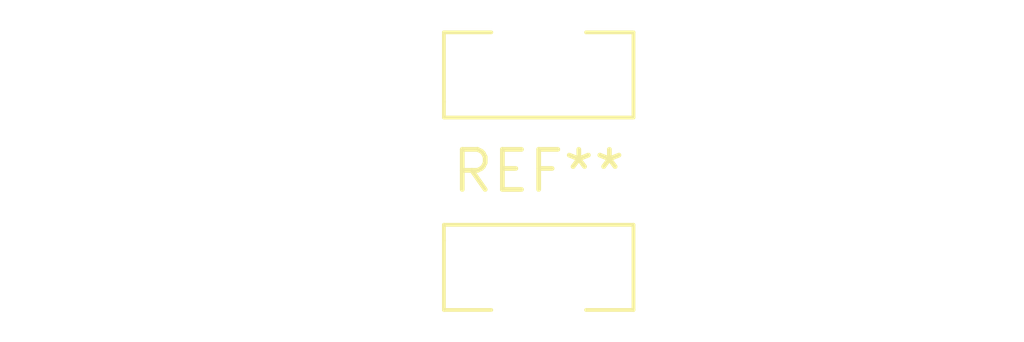
<source format=kicad_pcb>
(kicad_pcb (version 20240108) (generator pcbnew)
  (layers (0 "F.Cu" signal) (31 "B.Cu" signal) (34 "B.Paste" user) (35 "F.Paste" user) (36 "B.SilkS" user "B.Silkscreen") (37 "F.SilkS" user "F.Silkscreen") (38 "B.Mask" user) (39 "F.Mask" user) (44 "Edge.Cuts" user))
  (net 0 "")
  (footprint "Lightpipe_Bivar_RLP1-400-650" (layer "F.Cu") (at 0 0)
    (property "Reference" "REF**")
    (property "Value" "Lightpipe_Bivar_RLP1-400-650")
    (fp_line (start -3 -4.4) (end -1.5 -4.4) (layer "F.SilkS") (stroke (width 0.12)))
    (fp_line (start -3 -2.2) (end -3 -4.4) (layer "F.SilkS") (stroke (width 0.12)))
    (fp_line (start -3 -1.7) (end -3 -2.2) (layer "F.SilkS") (stroke (width 0.12)))
    (fp_line (start -3 1.7) (end 3 1.7) (layer "F.SilkS") (stroke (width 0.12)))
    (fp_line (start -3 2.2) (end -3 1.7) (layer "F.SilkS") (stroke (width 0.12)))
    (fp_line (start -3 4.4) (end -3 2.2) (layer "F.SilkS") (stroke (width 0.12)))
    (fp_line (start -3 4.4) (end -1.5 4.4) (layer "F.SilkS") (stroke (width 0.12)))
    (fp_line (start 3 -4.4) (end 1.5 -4.4) (layer "F.SilkS") (stroke (width 0.12)))
    (fp_line (start 3 -4.4) (end 3 -1.7) (layer "F.SilkS") (stroke (width 0.12)))
    (fp_line (start 3 -1.7) (end -3 -1.7) (layer "F.SilkS") (stroke (width 0.12)))
    (fp_line (start 3 1.7) (end 3 4.4) (layer "F.SilkS") (stroke (width 0.12)))
    (fp_line (start 3 4.4) (end 1.5 4.4) (layer "F.SilkS") (stroke (width 0.12)))
    (pad "" np_thru_hole oval (at 0 -4.15) (size 2.5 2) (drill oval 2.5 2) (layers F&B.Cu *.Mask))
    (pad "" np_thru_hole oval (at 0 4.15) (size 2.5 2) (drill oval 2.5 2) (layers F&B.Cu *.Mask))
  )
)
</source>
